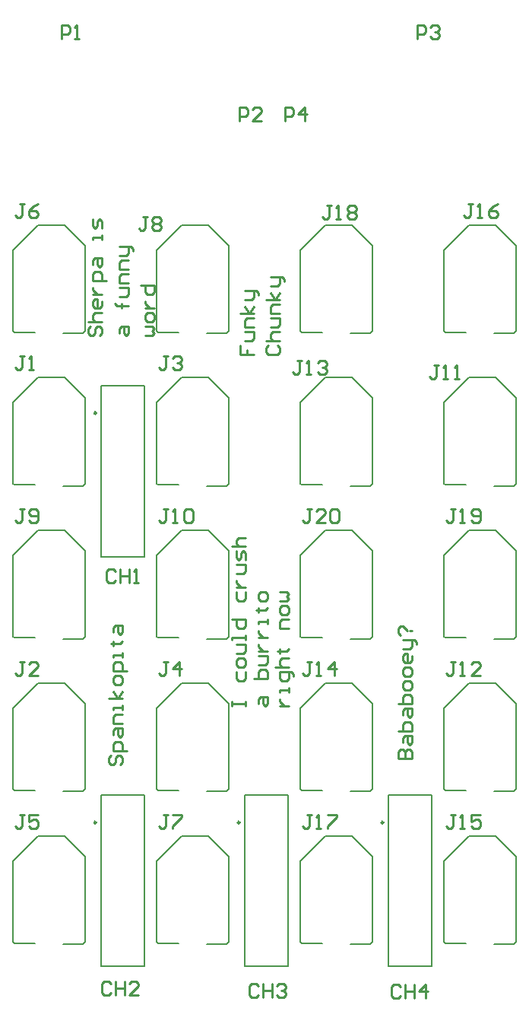
<source format=gto>
G04 Layer_Color=65535*
%FSLAX25Y25*%
%MOIN*%
G70*
G01*
G75*
%ADD10C,0.01000*%
%ADD34C,0.00984*%
%ADD35C,0.00600*%
%ADD36C,0.00787*%
D10*
X-77192Y79499D02*
X-78192Y78499D01*
Y76500D01*
X-77192Y75500D01*
X-76193D01*
X-75193Y76500D01*
Y78499D01*
X-74193Y79499D01*
X-73194D01*
X-72194Y78499D01*
Y76500D01*
X-73194Y75500D01*
X-78192Y81498D02*
X-72194D01*
X-75193D01*
X-76193Y82498D01*
Y84497D01*
X-75193Y85497D01*
X-72194D01*
Y90495D02*
Y88496D01*
X-73194Y87496D01*
X-75193D01*
X-76193Y88496D01*
Y90495D01*
X-75193Y91495D01*
X-74193D01*
Y87496D01*
X-76193Y93494D02*
X-72194D01*
X-74193D01*
X-75193Y94494D01*
X-76193Y95494D01*
Y96493D01*
X-70195Y99492D02*
X-76193D01*
Y102491D01*
X-75193Y103491D01*
X-73194D01*
X-72194Y102491D01*
Y99492D01*
X-76193Y106490D02*
Y108489D01*
X-75193Y109489D01*
X-72194D01*
Y106490D01*
X-73194Y105490D01*
X-74193Y106490D01*
Y109489D01*
X-72194Y117486D02*
Y119486D01*
Y118486D01*
X-76193D01*
Y117486D01*
X-72194Y122485D02*
Y125484D01*
X-73194Y126484D01*
X-74193Y125484D01*
Y123485D01*
X-75193Y122485D01*
X-76193Y123485D01*
Y126484D01*
X-64596Y76500D02*
Y78499D01*
X-63596Y79499D01*
X-60597D01*
Y76500D01*
X-61597Y75500D01*
X-62596Y76500D01*
Y79499D01*
X-60597Y88496D02*
X-65595D01*
X-63596D01*
Y87496D01*
Y89495D01*
Y88496D01*
X-65595D01*
X-66595Y89495D01*
X-64596Y92494D02*
X-61597D01*
X-60597Y93494D01*
Y96493D01*
X-64596D01*
X-60597Y98493D02*
X-64596D01*
Y101492D01*
X-63596Y102491D01*
X-60597D01*
Y104491D02*
X-64596D01*
Y107490D01*
X-63596Y108489D01*
X-60597D01*
X-64596Y110489D02*
X-61597D01*
X-60597Y111488D01*
Y114487D01*
X-59597D01*
X-58598Y113488D01*
Y112488D01*
X-60597Y114487D02*
X-64596D01*
X-52999Y75500D02*
X-50000D01*
X-49000Y76500D01*
X-50000Y77499D01*
X-49000Y78499D01*
X-50000Y79499D01*
X-52999D01*
X-49000Y82498D02*
Y84497D01*
X-50000Y85497D01*
X-51999D01*
X-52999Y84497D01*
Y82498D01*
X-51999Y81498D01*
X-50000D01*
X-49000Y82498D01*
X-52999Y87496D02*
X-49000D01*
X-50999D01*
X-51999Y88496D01*
X-52999Y89495D01*
Y90495D01*
X-54998Y97493D02*
X-49000D01*
Y94494D01*
X-50000Y93494D01*
X-51999D01*
X-52999Y94494D01*
Y97493D01*
X-11594Y70999D02*
Y67000D01*
X-8595D01*
Y68999D01*
Y67000D01*
X-5596D01*
X-9595Y72998D02*
X-6596D01*
X-5596Y73998D01*
Y76997D01*
X-9595D01*
X-5596Y78996D02*
X-9595D01*
Y81995D01*
X-8595Y82995D01*
X-5596D01*
Y84994D02*
X-11594D01*
X-7596D02*
X-9595Y87993D01*
X-7596Y84994D02*
X-5596Y87993D01*
X-9595Y90992D02*
X-6596D01*
X-5596Y91992D01*
Y94991D01*
X-4597D01*
X-3597Y93991D01*
Y92992D01*
X-5596Y94991D02*
X-9595D01*
X1002Y70999D02*
X3Y69999D01*
Y68000D01*
X1002Y67000D01*
X5001D01*
X6001Y68000D01*
Y69999D01*
X5001Y70999D01*
X3Y72998D02*
X6001D01*
X3002D01*
X2002Y73998D01*
Y75997D01*
X3002Y76997D01*
X6001D01*
X2002Y78996D02*
X5001D01*
X6001Y79996D01*
Y82995D01*
X2002D01*
X6001Y84994D02*
X2002D01*
Y87993D01*
X3002Y88993D01*
X6001D01*
Y90992D02*
X3D01*
X4001D02*
X2002Y93991D01*
X4001Y90992D02*
X6001Y93991D01*
X2002Y96990D02*
X5001D01*
X6001Y97990D01*
Y100989D01*
X7000D01*
X8000Y99989D01*
Y98990D01*
X6001Y100989D02*
X2002D01*
X-15193Y-87000D02*
Y-85001D01*
Y-86000D01*
X-9195D01*
Y-87000D01*
Y-85001D01*
X-13193Y-72005D02*
Y-75004D01*
X-12194Y-76004D01*
X-10194D01*
X-9195Y-75004D01*
Y-72005D01*
Y-69006D02*
Y-67006D01*
X-10194Y-66007D01*
X-12194D01*
X-13193Y-67006D01*
Y-69006D01*
X-12194Y-70006D01*
X-10194D01*
X-9195Y-69006D01*
X-13193Y-64007D02*
X-10194D01*
X-9195Y-63008D01*
Y-60009D01*
X-13193D01*
X-9195Y-58009D02*
Y-56010D01*
Y-57010D01*
X-15193D01*
Y-58009D01*
Y-49012D02*
X-9195D01*
Y-52011D01*
X-10194Y-53011D01*
X-12194D01*
X-13193Y-52011D01*
Y-49012D01*
Y-37016D02*
Y-40015D01*
X-12194Y-41015D01*
X-10194D01*
X-9195Y-40015D01*
Y-37016D01*
X-13193Y-35017D02*
X-9195D01*
X-11194D01*
X-12194Y-34017D01*
X-13193Y-33018D01*
Y-32018D01*
Y-29019D02*
X-10194D01*
X-9195Y-28019D01*
Y-25020D01*
X-13193D01*
X-9195Y-23021D02*
Y-20022D01*
X-10194Y-19022D01*
X-11194Y-20022D01*
Y-22021D01*
X-12194Y-23021D01*
X-13193Y-22021D01*
Y-19022D01*
X-15193Y-17023D02*
X-9195D01*
X-12194D01*
X-13193Y-16023D01*
Y-14024D01*
X-12194Y-13024D01*
X-9195D01*
X-3596Y-86000D02*
Y-84001D01*
X-2596Y-83001D01*
X403D01*
Y-86000D01*
X-597Y-87000D01*
X-1596Y-86000D01*
Y-83001D01*
X-5595Y-75004D02*
X403D01*
Y-72005D01*
X-597Y-71005D01*
X-1596D01*
X-2596D01*
X-3596Y-72005D01*
Y-75004D01*
Y-69006D02*
X-597D01*
X403Y-68006D01*
Y-65007D01*
X-3596D01*
Y-63008D02*
X403D01*
X-1596D01*
X-2596Y-62008D01*
X-3596Y-61008D01*
Y-60009D01*
Y-57010D02*
X403D01*
X-1596D01*
X-2596Y-56010D01*
X-3596Y-55010D01*
Y-54011D01*
X403Y-51012D02*
Y-49012D01*
Y-50012D01*
X-3596D01*
Y-51012D01*
X-4595Y-45014D02*
X-3596D01*
Y-46013D01*
Y-44014D01*
Y-45014D01*
X-597D01*
X403Y-44014D01*
Y-40015D02*
Y-38016D01*
X-597Y-37016D01*
X-2596D01*
X-3596Y-38016D01*
Y-40015D01*
X-2596Y-41015D01*
X-597D01*
X403Y-40015D01*
X6002Y-87000D02*
X10001D01*
X8001D01*
X7002Y-86000D01*
X6002Y-85001D01*
Y-84001D01*
X10001Y-81002D02*
Y-79003D01*
Y-80002D01*
X6002D01*
Y-81002D01*
X12000Y-74004D02*
Y-73005D01*
X11000Y-72005D01*
X6002D01*
Y-75004D01*
X7002Y-76004D01*
X9001D01*
X10001Y-75004D01*
Y-72005D01*
X4003Y-70006D02*
X10001D01*
X7002D01*
X6002Y-69006D01*
Y-67006D01*
X7002Y-66007D01*
X10001D01*
X5002Y-63008D02*
X6002D01*
Y-64007D01*
Y-62008D01*
Y-63008D01*
X9001D01*
X10001Y-62008D01*
Y-53011D02*
X6002D01*
Y-50012D01*
X7002Y-49012D01*
X10001D01*
Y-46013D02*
Y-44014D01*
X9001Y-43014D01*
X7002D01*
X6002Y-44014D01*
Y-46013D01*
X7002Y-47013D01*
X9001D01*
X10001Y-46013D01*
X6002Y-41015D02*
X9001D01*
X10001Y-40015D01*
X9001Y-39015D01*
X10001Y-38016D01*
X9001Y-37016D01*
X6002D01*
X57713Y-109741D02*
X63711D01*
Y-106742D01*
X62712Y-105743D01*
X61712D01*
X60712Y-106742D01*
Y-109741D01*
Y-106742D01*
X59712Y-105743D01*
X58713D01*
X57713Y-106742D01*
Y-109741D01*
X59712Y-102744D02*
Y-100744D01*
X60712Y-99745D01*
X63711D01*
Y-102744D01*
X62712Y-103743D01*
X61712Y-102744D01*
Y-99745D01*
X57713Y-97745D02*
X63711D01*
Y-94746D01*
X62712Y-93747D01*
X61712D01*
X60712D01*
X59712Y-94746D01*
Y-97745D01*
Y-90748D02*
Y-88748D01*
X60712Y-87748D01*
X63711D01*
Y-90748D01*
X62712Y-91747D01*
X61712Y-90748D01*
Y-87748D01*
X57713Y-85749D02*
X63711D01*
Y-82750D01*
X62712Y-81751D01*
X61712D01*
X60712D01*
X59712Y-82750D01*
Y-85749D01*
X63711Y-78751D02*
Y-76752D01*
X62712Y-75752D01*
X60712D01*
X59712Y-76752D01*
Y-78751D01*
X60712Y-79751D01*
X62712D01*
X63711Y-78751D01*
Y-72753D02*
Y-70754D01*
X62712Y-69754D01*
X60712D01*
X59712Y-70754D01*
Y-72753D01*
X60712Y-73753D01*
X62712D01*
X63711Y-72753D01*
Y-64756D02*
Y-66755D01*
X62712Y-67755D01*
X60712D01*
X59712Y-66755D01*
Y-64756D01*
X60712Y-63756D01*
X61712D01*
Y-67755D01*
X59712Y-61757D02*
X62712D01*
X63711Y-60757D01*
Y-57758D01*
X64711D01*
X65711Y-58758D01*
Y-59758D01*
X63711Y-57758D02*
X59712D01*
X58713Y-55759D02*
X57713Y-54759D01*
Y-52760D01*
X58713Y-51760D01*
X59712D01*
X61712Y-53759D01*
X62712D02*
X63711D01*
X-67998Y-108501D02*
X-68997Y-109501D01*
Y-111500D01*
X-67998Y-112500D01*
X-66998D01*
X-65998Y-111500D01*
Y-109501D01*
X-64999Y-108501D01*
X-63999D01*
X-62999Y-109501D01*
Y-111500D01*
X-63999Y-112500D01*
X-61000Y-106502D02*
X-66998D01*
Y-103503D01*
X-65998Y-102503D01*
X-63999D01*
X-62999Y-103503D01*
Y-106502D01*
X-66998Y-99504D02*
Y-97505D01*
X-65998Y-96505D01*
X-62999D01*
Y-99504D01*
X-63999Y-100504D01*
X-64999Y-99504D01*
Y-96505D01*
X-62999Y-94506D02*
X-66998D01*
Y-91507D01*
X-65998Y-90507D01*
X-62999D01*
Y-88508D02*
Y-86508D01*
Y-87508D01*
X-66998D01*
Y-88508D01*
X-62999Y-83509D02*
X-68997D01*
X-64999D02*
X-66998Y-80510D01*
X-64999Y-83509D02*
X-62999Y-80510D01*
Y-76512D02*
Y-74512D01*
X-63999Y-73513D01*
X-65998D01*
X-66998Y-74512D01*
Y-76512D01*
X-65998Y-77511D01*
X-63999D01*
X-62999Y-76512D01*
X-61000Y-71513D02*
X-66998D01*
Y-68514D01*
X-65998Y-67514D01*
X-63999D01*
X-62999Y-68514D01*
Y-71513D01*
Y-65515D02*
Y-63516D01*
Y-64516D01*
X-66998D01*
Y-65515D01*
X-67998Y-59517D02*
X-66998D01*
Y-60517D01*
Y-58517D01*
Y-59517D01*
X-63999D01*
X-62999Y-58517D01*
X-66998Y-54519D02*
Y-52519D01*
X-65998Y-51520D01*
X-62999D01*
Y-54519D01*
X-63999Y-55518D01*
X-64999Y-54519D01*
Y-51520D01*
X19745Y-554D02*
X17745D01*
X18745D01*
Y-5552D01*
X17745Y-6552D01*
X16746D01*
X15746Y-5552D01*
X25743Y-6552D02*
X21744D01*
X25743Y-2553D01*
Y-1553D01*
X24743Y-554D01*
X22744D01*
X21744Y-1553D01*
X27742D02*
X28742Y-554D01*
X30741D01*
X31741Y-1553D01*
Y-5552D01*
X30741Y-6552D01*
X28742D01*
X27742Y-5552D01*
Y-1553D01*
X8016Y169496D02*
Y175494D01*
X11015D01*
X12015Y174494D01*
Y172495D01*
X11015Y171495D01*
X8016D01*
X17013Y169496D02*
Y175494D01*
X14014Y172495D01*
X18012D01*
X-3501Y-209502D02*
X-4501Y-208502D01*
X-6500D01*
X-7500Y-209502D01*
Y-213500D01*
X-6500Y-214500D01*
X-4501D01*
X-3501Y-213500D01*
X-1502Y-208502D02*
Y-214500D01*
Y-211501D01*
X2497D01*
Y-208502D01*
Y-214500D01*
X4496Y-209502D02*
X5496Y-208502D01*
X7495D01*
X8495Y-209502D01*
Y-210501D01*
X7495Y-211501D01*
X6496D01*
X7495D01*
X8495Y-212501D01*
Y-213500D01*
X7495Y-214500D01*
X5496D01*
X4496Y-213500D01*
X-106242Y66363D02*
X-108242D01*
X-107242D01*
Y61365D01*
X-108242Y60365D01*
X-109241D01*
X-110241Y61365D01*
X-104243Y60365D02*
X-102243D01*
X-103243D01*
Y66363D01*
X-104243Y65364D01*
X-106242Y-67537D02*
X-108242D01*
X-107242D01*
Y-72535D01*
X-108242Y-73535D01*
X-109241D01*
X-110241Y-72535D01*
X-100244Y-73535D02*
X-104243D01*
X-100244Y-69536D01*
Y-68536D01*
X-101244Y-67537D01*
X-103243D01*
X-104243Y-68536D01*
X-43247Y66376D02*
X-45247D01*
X-44247D01*
Y61377D01*
X-45247Y60378D01*
X-46246D01*
X-47246Y61377D01*
X-41248Y65376D02*
X-40248Y66376D01*
X-38249D01*
X-37249Y65376D01*
Y64376D01*
X-38249Y63377D01*
X-39249D01*
X-38249D01*
X-37249Y62377D01*
Y61377D01*
X-38249Y60378D01*
X-40248D01*
X-41248Y61377D01*
X-43247Y-67483D02*
X-45247D01*
X-44247D01*
Y-72481D01*
X-45247Y-73481D01*
X-46246D01*
X-47246Y-72481D01*
X-38249Y-73481D02*
Y-67483D01*
X-41248Y-70482D01*
X-37249D01*
X-106242Y-134437D02*
X-108242D01*
X-107242D01*
Y-139435D01*
X-108242Y-140435D01*
X-109241D01*
X-110241Y-139435D01*
X-100244Y-134437D02*
X-104243D01*
Y-137436D01*
X-102243Y-136436D01*
X-101244D01*
X-100244Y-137436D01*
Y-139435D01*
X-101244Y-140435D01*
X-103243D01*
X-104243Y-139435D01*
X-106242Y133263D02*
X-108242D01*
X-107242D01*
Y128265D01*
X-108242Y127265D01*
X-109241D01*
X-110241Y128265D01*
X-100244Y133263D02*
X-102243Y132264D01*
X-104243Y130264D01*
Y128265D01*
X-103243Y127265D01*
X-101244D01*
X-100244Y128265D01*
Y129265D01*
X-101244Y130264D01*
X-104243D01*
X-43247Y-134412D02*
X-45247D01*
X-44247D01*
Y-139410D01*
X-45247Y-140410D01*
X-46246D01*
X-47246Y-139410D01*
X-41248Y-134412D02*
X-37249D01*
Y-135412D01*
X-41248Y-139410D01*
Y-140410D01*
X-51986Y127494D02*
X-53985D01*
X-52985D01*
Y122496D01*
X-53985Y121496D01*
X-54985D01*
X-55984Y122496D01*
X-49986Y126494D02*
X-48987Y127494D01*
X-46987D01*
X-45987Y126494D01*
Y125495D01*
X-46987Y124495D01*
X-45987Y123495D01*
Y122496D01*
X-46987Y121496D01*
X-48987D01*
X-49986Y122496D01*
Y123495D01*
X-48987Y124495D01*
X-49986Y125495D01*
Y126494D01*
X-48987Y124495D02*
X-46987D01*
X-106242Y-637D02*
X-108242D01*
X-107242D01*
Y-5635D01*
X-108242Y-6635D01*
X-109241D01*
X-110241Y-5635D01*
X-104243D02*
X-103243Y-6635D01*
X-101244D01*
X-100244Y-5635D01*
Y-1636D01*
X-101244Y-637D01*
X-103243D01*
X-104243Y-1636D01*
Y-2636D01*
X-103243Y-3636D01*
X-100244D01*
X-43247Y-554D02*
X-45247D01*
X-44247D01*
Y-5552D01*
X-45247Y-6552D01*
X-46246D01*
X-47246Y-5552D01*
X-41248Y-6552D02*
X-39249D01*
X-40248D01*
Y-554D01*
X-41248Y-1553D01*
X-36250D02*
X-35250Y-554D01*
X-33251D01*
X-32251Y-1553D01*
Y-5552D01*
X-33251Y-6552D01*
X-35250D01*
X-36250Y-5552D01*
Y-1553D01*
X75499Y62498D02*
X73499D01*
X74499D01*
Y57500D01*
X73499Y56500D01*
X72500D01*
X71500Y57500D01*
X77498Y56500D02*
X79497D01*
X78498D01*
Y62498D01*
X77498Y61498D01*
X82496Y56500D02*
X84496D01*
X83496D01*
Y62498D01*
X82496Y61498D01*
X82737Y-67483D02*
X80738D01*
X81737D01*
Y-72481D01*
X80738Y-73481D01*
X79738D01*
X78738Y-72481D01*
X84736Y-73481D02*
X86736D01*
X85736D01*
Y-67483D01*
X84736Y-68482D01*
X93733Y-73481D02*
X89735D01*
X93733Y-69482D01*
Y-68482D01*
X92734Y-67483D01*
X90734D01*
X89735Y-68482D01*
X15499Y64498D02*
X13499D01*
X14499D01*
Y59500D01*
X13499Y58500D01*
X12500D01*
X11500Y59500D01*
X17498Y58500D02*
X19497D01*
X18498D01*
Y64498D01*
X17498Y63498D01*
X22496D02*
X23496Y64498D01*
X25495D01*
X26495Y63498D01*
Y62499D01*
X25495Y61499D01*
X24496D01*
X25495D01*
X26495Y60499D01*
Y59500D01*
X25495Y58500D01*
X23496D01*
X22496Y59500D01*
X19745Y-67483D02*
X17745D01*
X18745D01*
Y-72481D01*
X17745Y-73481D01*
X16746D01*
X15746Y-72481D01*
X21744Y-73481D02*
X23743D01*
X22744D01*
Y-67483D01*
X21744Y-68482D01*
X29741Y-73481D02*
Y-67483D01*
X26743Y-70482D01*
X30741D01*
X82737Y-134412D02*
X80738D01*
X81737D01*
Y-139410D01*
X80738Y-140410D01*
X79738D01*
X78738Y-139410D01*
X84736Y-140410D02*
X86736D01*
X85736D01*
Y-134412D01*
X84736Y-135412D01*
X93733Y-134412D02*
X89735D01*
Y-137411D01*
X91734Y-136411D01*
X92734D01*
X93733Y-137411D01*
Y-139410D01*
X92734Y-140410D01*
X90734D01*
X89735Y-139410D01*
X90499Y132998D02*
X88499D01*
X89499D01*
Y128000D01*
X88499Y127000D01*
X87500D01*
X86500Y128000D01*
X92498Y127000D02*
X94497D01*
X93498D01*
Y132998D01*
X92498Y131998D01*
X101495Y132998D02*
X99496Y131998D01*
X97496Y129999D01*
Y128000D01*
X98496Y127000D01*
X100496D01*
X101495Y128000D01*
Y128999D01*
X100496Y129999D01*
X97496D01*
X19745Y-134412D02*
X17745D01*
X18745D01*
Y-139410D01*
X17745Y-140410D01*
X16746D01*
X15746Y-139410D01*
X21744Y-140410D02*
X23743D01*
X22744D01*
Y-134412D01*
X21744Y-135412D01*
X26743Y-134412D02*
X30741D01*
Y-135412D01*
X26743Y-139410D01*
Y-140410D01*
X28499Y132498D02*
X26499D01*
X27499D01*
Y127500D01*
X26499Y126500D01*
X25500D01*
X24500Y127500D01*
X30498Y126500D02*
X32497D01*
X31498D01*
Y132498D01*
X30498Y131498D01*
X35496D02*
X36496Y132498D01*
X38495D01*
X39495Y131498D01*
Y130499D01*
X38495Y129499D01*
X39495Y128499D01*
Y127500D01*
X38495Y126500D01*
X36496D01*
X35496Y127500D01*
Y128499D01*
X36496Y129499D01*
X35496Y130499D01*
Y131498D01*
X36496Y129499D02*
X38495D01*
X82737Y-554D02*
X80738D01*
X81737D01*
Y-5552D01*
X80738Y-6552D01*
X79738D01*
X78738Y-5552D01*
X84736Y-6552D02*
X86736D01*
X85736D01*
Y-554D01*
X84736Y-1553D01*
X89735Y-5552D02*
X90734Y-6552D01*
X92734D01*
X93733Y-5552D01*
Y-1553D01*
X92734Y-554D01*
X90734D01*
X89735Y-1553D01*
Y-2553D01*
X90734Y-3553D01*
X93733D01*
X-89984Y205496D02*
Y211494D01*
X-86985D01*
X-85985Y210494D01*
Y208495D01*
X-86985Y207495D01*
X-89984D01*
X-83986Y205496D02*
X-81987D01*
X-82986D01*
Y211494D01*
X-83986Y210494D01*
X-11984Y169496D02*
Y175494D01*
X-8985D01*
X-7986Y174494D01*
Y172495D01*
X-8985Y171495D01*
X-11984D01*
X-1987Y169496D02*
X-5986D01*
X-1987Y173495D01*
Y174494D01*
X-2987Y175494D01*
X-4986D01*
X-5986Y174494D01*
X66016Y205496D02*
Y211494D01*
X69015D01*
X70015Y210494D01*
Y208495D01*
X69015Y207495D01*
X66016D01*
X72014Y210494D02*
X73014Y211494D01*
X75013D01*
X76012Y210494D01*
Y209495D01*
X75013Y208495D01*
X74013D01*
X75013D01*
X76012Y207495D01*
Y206496D01*
X75013Y205496D01*
X73014D01*
X72014Y206496D01*
X-66001Y-28002D02*
X-67001Y-27002D01*
X-69000D01*
X-70000Y-28002D01*
Y-32000D01*
X-69000Y-33000D01*
X-67001D01*
X-66001Y-32000D01*
X-64002Y-27002D02*
Y-33000D01*
Y-30001D01*
X-60003D01*
Y-27002D01*
Y-33000D01*
X-58004D02*
X-56005D01*
X-57004D01*
Y-27002D01*
X-58004Y-28002D01*
X-68001Y-208502D02*
X-69001Y-207502D01*
X-71000D01*
X-72000Y-208502D01*
Y-212500D01*
X-71000Y-213500D01*
X-69001D01*
X-68001Y-212500D01*
X-66002Y-207502D02*
Y-213500D01*
Y-210501D01*
X-62003D01*
Y-207502D01*
Y-213500D01*
X-56005D02*
X-60004D01*
X-56005Y-209501D01*
Y-208502D01*
X-57005Y-207502D01*
X-59004D01*
X-60004Y-208502D01*
X58999Y-210002D02*
X57999Y-209002D01*
X56000D01*
X55000Y-210002D01*
Y-214000D01*
X56000Y-215000D01*
X57999D01*
X58999Y-214000D01*
X60998Y-209002D02*
Y-215000D01*
Y-212001D01*
X64997D01*
Y-209002D01*
Y-215000D01*
X69995D02*
Y-209002D01*
X66996Y-212001D01*
X70995D01*
D34*
X-11575Y-137894D02*
G03*
X-11575Y-137894I-492J0D01*
G01*
X-74559Y41496D02*
G03*
X-74559Y41496I-492J0D01*
G01*
X-74567Y-137894D02*
G03*
X-74567Y-137894I-492J0D01*
G01*
X51417D02*
G03*
X51417Y-137894I-492J0D01*
G01*
D35*
X36996Y-57402D02*
X45496D01*
X46496Y-56402D01*
Y-18902D01*
X37496Y-9902D02*
X46496Y-18902D01*
X25996Y-9902D02*
X37496D01*
X14996Y-20902D02*
X25996Y-9902D01*
X14996Y-56402D02*
Y-20902D01*
Y-56402D02*
X15496Y-56902D01*
X24496D01*
X-88988Y9528D02*
X-80488D01*
X-79488Y10528D01*
Y48028D01*
X-88488Y57028D02*
X-79488Y48028D01*
X-99988Y57028D02*
X-88488D01*
X-110988Y46028D02*
X-99988Y57028D01*
X-110988Y10528D02*
Y46028D01*
Y10528D02*
X-110488Y10028D01*
X-101488D01*
X-88988Y-124331D02*
X-80488D01*
X-79488Y-123331D01*
Y-85831D01*
X-88488Y-76831D02*
X-79488Y-85831D01*
X-99988Y-76831D02*
X-88488D01*
X-110988Y-87831D02*
X-99988Y-76831D01*
X-110988Y-123331D02*
Y-87831D01*
Y-123331D02*
X-110488Y-123831D01*
X-101488D01*
X-25996Y9528D02*
X-17496D01*
X-16496Y10528D01*
Y48028D01*
X-25496Y57028D02*
X-16496Y48028D01*
X-36996Y57028D02*
X-25496D01*
X-47996Y46028D02*
X-36996Y57028D01*
X-47996Y10528D02*
Y46028D01*
Y10528D02*
X-47496Y10028D01*
X-38496D01*
X-25996Y-124331D02*
X-17496D01*
X-16496Y-123331D01*
Y-85831D01*
X-25496Y-76831D02*
X-16496Y-85831D01*
X-36996Y-76831D02*
X-25496D01*
X-47996Y-87831D02*
X-36996Y-76831D01*
X-47996Y-123331D02*
Y-87831D01*
Y-123331D02*
X-47496Y-123831D01*
X-38496D01*
X-88988Y-191260D02*
X-80488D01*
X-79488Y-190260D01*
Y-152760D01*
X-88488Y-143760D02*
X-79488Y-152760D01*
X-99988Y-143760D02*
X-88488D01*
X-110988Y-154760D02*
X-99988Y-143760D01*
X-110988Y-190260D02*
Y-154760D01*
Y-190260D02*
X-110488Y-190760D01*
X-101488D01*
X-88988Y76457D02*
X-80488D01*
X-79488Y77457D01*
Y114957D01*
X-88488Y123957D02*
X-79488Y114957D01*
X-99988Y123957D02*
X-88488D01*
X-110988Y112957D02*
X-99988Y123957D01*
X-110988Y77457D02*
Y112957D01*
Y77457D02*
X-110488Y76957D01*
X-101488D01*
X-25996Y-191260D02*
X-17496D01*
X-16496Y-190260D01*
Y-152760D01*
X-25496Y-143760D02*
X-16496Y-152760D01*
X-36996Y-143760D02*
X-25496D01*
X-47996Y-154760D02*
X-36996Y-143760D01*
X-47996Y-190260D02*
Y-154760D01*
Y-190260D02*
X-47496Y-190760D01*
X-38496D01*
X-25996Y76457D02*
X-17496D01*
X-16496Y77457D01*
Y114957D01*
X-25496Y123957D02*
X-16496Y114957D01*
X-36996Y123957D02*
X-25496D01*
X-47996Y112957D02*
X-36996Y123957D01*
X-47996Y77457D02*
Y112957D01*
Y77457D02*
X-47496Y76957D01*
X-38496D01*
X-88988Y-57402D02*
X-80488D01*
X-79488Y-56402D01*
Y-18902D01*
X-88488Y-9902D02*
X-79488Y-18902D01*
X-99988Y-9902D02*
X-88488D01*
X-110988Y-20902D02*
X-99988Y-9902D01*
X-110988Y-56402D02*
Y-20902D01*
Y-56402D02*
X-110488Y-56902D01*
X-101488D01*
X-25996Y-57402D02*
X-17496D01*
X-16496Y-56402D01*
Y-18902D01*
X-25496Y-9902D02*
X-16496Y-18902D01*
X-36996Y-9902D02*
X-25496D01*
X-47996Y-20902D02*
X-36996Y-9902D01*
X-47996Y-56402D02*
Y-20902D01*
Y-56402D02*
X-47496Y-56902D01*
X-38496D01*
X99988Y9528D02*
X108488D01*
X109488Y10528D01*
Y48028D01*
X100488Y57028D02*
X109488Y48028D01*
X88988Y57028D02*
X100488D01*
X77988Y46028D02*
X88988Y57028D01*
X77988Y10528D02*
Y46028D01*
Y10528D02*
X78488Y10028D01*
X87488D01*
X99988Y-124331D02*
X108488D01*
X109488Y-123331D01*
Y-85831D01*
X100488Y-76831D02*
X109488Y-85831D01*
X88988Y-76831D02*
X100488D01*
X77988Y-87831D02*
X88988Y-76831D01*
X77988Y-123331D02*
Y-87831D01*
Y-123331D02*
X78488Y-123831D01*
X87488D01*
X36996Y9528D02*
X45496D01*
X46496Y10528D01*
Y48028D01*
X37496Y57028D02*
X46496Y48028D01*
X25996Y57028D02*
X37496D01*
X14996Y46028D02*
X25996Y57028D01*
X14996Y10528D02*
Y46028D01*
Y10528D02*
X15496Y10028D01*
X24496D01*
X36996Y-124331D02*
X45496D01*
X46496Y-123331D01*
Y-85831D01*
X37496Y-76831D02*
X46496Y-85831D01*
X25996Y-76831D02*
X37496D01*
X14996Y-87831D02*
X25996Y-76831D01*
X14996Y-123331D02*
Y-87831D01*
Y-123331D02*
X15496Y-123831D01*
X24496D01*
X99988Y-191260D02*
X108488D01*
X109488Y-190260D01*
Y-152760D01*
X100488Y-143760D02*
X109488Y-152760D01*
X88988Y-143760D02*
X100488D01*
X77988Y-154760D02*
X88988Y-143760D01*
X77988Y-190260D02*
Y-154760D01*
Y-190260D02*
X78488Y-190760D01*
X87488D01*
X99988Y76457D02*
X108488D01*
X109488Y77457D01*
Y114957D01*
X100488Y123957D02*
X109488Y114957D01*
X88988Y123957D02*
X100488D01*
X77988Y112957D02*
X88988Y123957D01*
X77988Y77457D02*
Y112957D01*
Y77457D02*
X78488Y76957D01*
X87488D01*
X36996Y-191260D02*
X45496D01*
X46496Y-190260D01*
Y-152760D01*
X37496Y-143760D02*
X46496Y-152760D01*
X25996Y-143760D02*
X37496D01*
X14996Y-154760D02*
X25996Y-143760D01*
X14996Y-190260D02*
Y-154760D01*
Y-190260D02*
X15496Y-190760D01*
X24496D01*
X36996Y76457D02*
X45496D01*
X46496Y77457D01*
Y114957D01*
X37496Y123957D02*
X46496Y114957D01*
X25996Y123957D02*
X37496D01*
X14996Y112957D02*
X25996Y123957D01*
X14996Y77457D02*
Y112957D01*
Y77457D02*
X15496Y76957D01*
X24496D01*
X99988Y-57402D02*
X108488D01*
X109488Y-56402D01*
Y-18902D01*
X100488Y-9902D02*
X109488Y-18902D01*
X88988Y-9902D02*
X100488D01*
X77988Y-20902D02*
X88988Y-9902D01*
X77988Y-56402D02*
Y-20902D01*
Y-56402D02*
X78488Y-56902D01*
X87488D01*
D36*
X9508Y-200886D02*
Y-125886D01*
X-9508D02*
X9508D01*
X-9508Y-200886D02*
X9508D01*
X-9508D02*
Y-125886D01*
X-53476Y-21496D02*
Y53504D01*
X-72492D02*
X-53476D01*
X-72492Y-21496D02*
X-53476D01*
X-72492D02*
Y53504D01*
X-53484Y-200886D02*
Y-125886D01*
X-72500D02*
X-53484D01*
X-72500Y-200886D02*
X-53484D01*
X-72500D02*
Y-125886D01*
X72500Y-200886D02*
Y-125886D01*
X53484D02*
X72500D01*
X53484Y-200886D02*
X72500D01*
X53484D02*
Y-125886D01*
M02*

</source>
